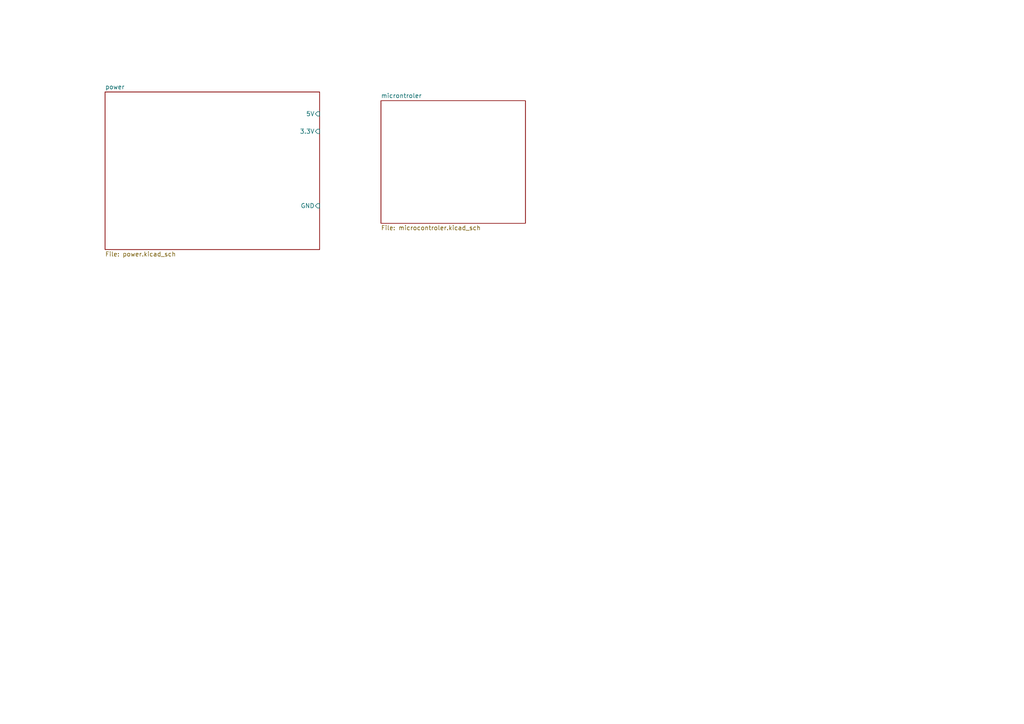
<source format=kicad_sch>
(kicad_sch (version 20230121) (generator eeschema)
  (paper "A4")
  (lib_symbols)
  (sheet (at 30.48 26.67) (size 62.23 45.72) (stroke (width 0.1524))
    (property "Sheetname" "power " (at 30.48 25.9584 0) (effects (justify left bottom)))
    (property "Sheetfile" "power.kicad_sch" (at 30.48 72.9746 0) (effects (justify left top)))
    (pin "GND" input (at 92.71 59.69 0))
    (pin "5V" input (at 92.71 33.02 0))
    (pin "3.3V" input (at 92.71 38.1 0))
  )
  (sheet (at 110.49 29.21) (size 41.91 35.56) (stroke (width 0.1524))
    (property "Sheetname" "microntroler" (at 110.49 28.4984 0) (effects (justify left bottom)))
    (property "Sheetfile" "microcontroler.kicad_sch" (at 110.49 65.3546 0) (effects (justify left top)))
  )
)
</source>
